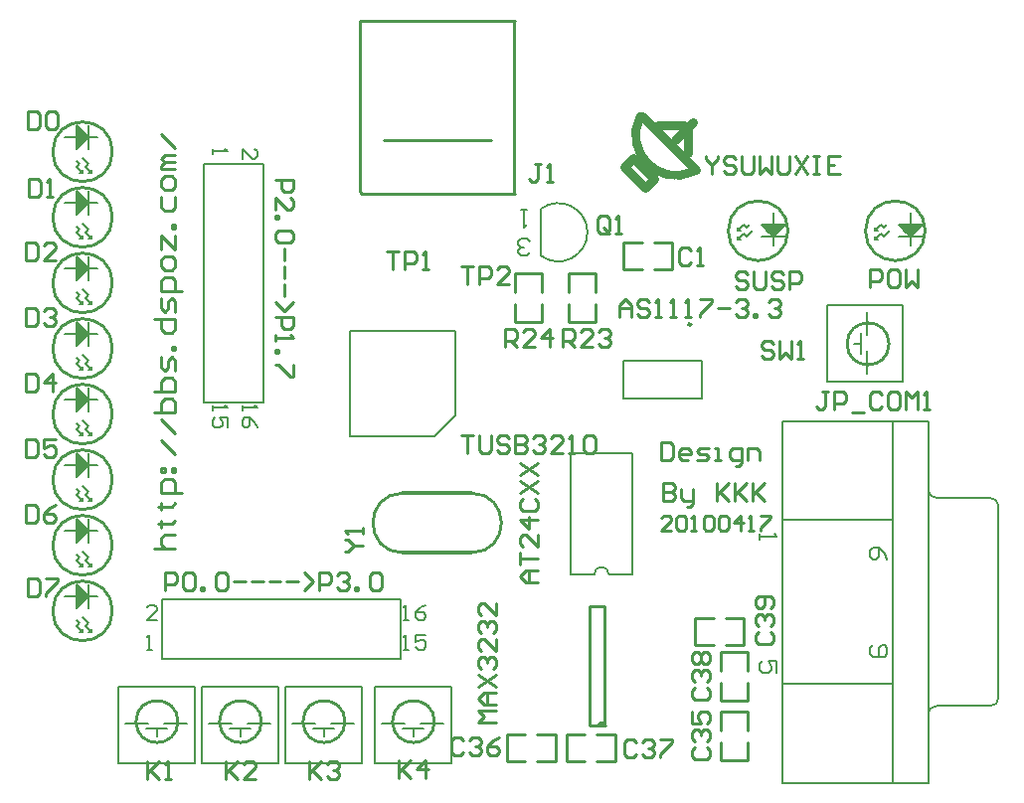
<source format=gto>
%FSLAX25Y25*%
%MOIN*%
G70*
G01*
G75*
G04 Layer_Color=65535*
%ADD10C,0.01000*%
%ADD11C,0.03000*%
%ADD12C,0.02000*%
%ADD13C,0.00800*%
%ADD14R,0.00984X0.09843*%
%ADD15R,0.09843X0.00984*%
%ADD16R,0.05315X0.05118*%
%ADD17R,0.05118X0.05315*%
%ADD18R,0.20000X0.02000*%
%ADD19O,0.20000X0.02000*%
%ADD20R,0.13780X0.08465*%
%ADD21R,0.04331X0.08465*%
%ADD22R,0.04331X0.08465*%
%ADD23C,0.11811*%
%ADD24C,0.05906*%
%ADD25R,0.05906X0.05906*%
%ADD26C,0.06200*%
%ADD27C,0.08000*%
%ADD28O,0.07874X0.03937*%
%ADD29O,0.07874X0.03937*%
%ADD30C,0.03937*%
%ADD31C,0.03000*%
%ADD32C,0.06500*%
%ADD33C,0.15000*%
%ADD34C,0.05500*%
%ADD35C,0.05906*%
%ADD36R,0.05906X0.05906*%
%ADD37R,0.05906X0.05906*%
%ADD38C,0.06654*%
%ADD39R,0.06654X0.06654*%
%ADD40C,0.18740*%
%ADD41C,0.00787*%
%ADD42C,0.00984*%
%ADD43C,0.00500*%
%ADD44C,0.00600*%
%ADD45C,0.01200*%
%ADD46C,0.00591*%
%ADD47R,0.04520X0.01680*%
%ADD48R,0.01680X0.04520*%
D10*
X427000Y342500D02*
G03*
X427000Y342500I-10000J0D01*
G01*
X460900Y304567D02*
G03*
X460900Y304567I-7027J0D01*
G01*
X320925Y234500D02*
G03*
X320925Y254500I0J10000D01*
G01*
X297878D02*
G03*
X297878Y234500I0J-10000D01*
G01*
X473000Y342500D02*
G03*
X473000Y342500I-10000J0D01*
G01*
X365500Y176500D02*
G03*
X363500Y176500I-1000J0D01*
G01*
X222460Y177874D02*
G03*
X222460Y177874I-7027J0D01*
G01*
X250460D02*
G03*
X250460Y177874I-7027J0D01*
G01*
X278460D02*
G03*
X278460Y177874I-7027J0D01*
G01*
X200500Y369000D02*
G03*
X200500Y369000I-10000J0D01*
G01*
Y347000D02*
G03*
X200500Y347000I-10000J0D01*
G01*
Y325000D02*
G03*
X200500Y325000I-10000J0D01*
G01*
Y303000D02*
G03*
X200500Y303000I-10000J0D01*
G01*
Y281000D02*
G03*
X200500Y281000I-10000J0D01*
G01*
Y259000D02*
G03*
X200500Y259000I-10000J0D01*
G01*
Y237000D02*
G03*
X200500Y237000I-10000J0D01*
G01*
Y215000D02*
G03*
X200500Y215000I-10000J0D01*
G01*
X308459Y177874D02*
G03*
X308459Y177874I-7027J0D01*
G01*
X335200Y355300D02*
Y373700D01*
X283400Y355700D02*
X284100Y355000D01*
X283400Y355700D02*
Y373700D01*
X335200Y410700D02*
Y412700D01*
X335500Y413000D01*
X283500D02*
X335500D01*
X335200Y373700D02*
Y410700D01*
X283400Y412900D02*
X283500Y413000D01*
X283400Y373700D02*
Y412900D01*
X291500Y373000D02*
X327500D01*
X284100Y355000D02*
X335500D01*
X395732Y203472D02*
Y212528D01*
X412268Y203472D02*
Y212528D01*
X395732Y203472D02*
X402055D01*
X395732Y212528D02*
X402055D01*
X406058D02*
X412268D01*
X406058Y203472D02*
X412268D01*
X404472Y201268D02*
X413528D01*
X404472Y184732D02*
X413528D01*
X404472Y194945D02*
Y201268D01*
X413528Y194945D02*
Y201268D01*
Y184732D02*
Y190942D01*
X404472Y184732D02*
Y190942D01*
X369268Y164472D02*
Y173528D01*
X352732Y164472D02*
Y173528D01*
X362945D02*
X369268D01*
X362945Y164472D02*
X369268D01*
X352732D02*
X358942D01*
X352732Y173528D02*
X358942D01*
X404472Y181268D02*
X413528D01*
X404472Y164732D02*
X413528D01*
X404472Y174945D02*
Y181268D01*
X413528Y174945D02*
Y181268D01*
Y164732D02*
Y170942D01*
X404472Y164732D02*
Y170942D01*
X349268Y164472D02*
Y173528D01*
X332732Y164472D02*
Y173528D01*
X342945D02*
X349268D01*
X342945Y164472D02*
X349268D01*
X332732D02*
X338942D01*
X332732Y173528D02*
X338942D01*
X360500Y176500D02*
X365750D01*
X363250D02*
X365500D01*
Y216500D01*
X360500D02*
X365500D01*
X360500Y176500D02*
Y216500D01*
X371732Y329472D02*
Y338528D01*
X388268Y329472D02*
Y338528D01*
X371732Y329472D02*
X378055D01*
X371732Y338528D02*
X378055D01*
X382058D02*
X388268D01*
X382058Y329472D02*
X388268D01*
X353472Y328268D02*
X362528D01*
X353472Y311732D02*
X362528D01*
X353472Y321945D02*
Y328268D01*
X362528Y321945D02*
Y328268D01*
Y311732D02*
Y317942D01*
X353472Y311732D02*
Y317942D01*
X335472Y311732D02*
X344528D01*
X335472Y328268D02*
X344528D01*
Y311732D02*
Y318055D01*
X335472Y311732D02*
Y318055D01*
Y322058D02*
Y328268D01*
X344528Y322058D02*
Y328268D01*
X343000Y224500D02*
X339001D01*
X337002Y226499D01*
X339001Y228499D01*
X343000D01*
X340001D01*
Y224500D01*
X337002Y230498D02*
Y234497D01*
Y232497D01*
X343000D01*
Y240495D02*
Y236496D01*
X339001Y240495D01*
X338002D01*
X337002Y239495D01*
Y237496D01*
X338002Y236496D01*
X343000Y245493D02*
X337002D01*
X340001Y242494D01*
Y246493D01*
X338002Y252491D02*
X337002Y251491D01*
Y249492D01*
X338002Y248492D01*
X342000D01*
X343000Y249492D01*
Y251491D01*
X342000Y252491D01*
X337002Y254490D02*
X343000Y258489D01*
X337002D02*
X343000Y254490D01*
X337002Y260488D02*
X343000Y264487D01*
X337002D02*
X343000Y260488D01*
X413499Y327998D02*
X412499Y328998D01*
X410500D01*
X409500Y327998D01*
Y326999D01*
X410500Y325999D01*
X412499D01*
X413499Y324999D01*
Y324000D01*
X412499Y323000D01*
X410500D01*
X409500Y324000D01*
X415498Y328998D02*
Y324000D01*
X416498Y323000D01*
X418497D01*
X419497Y324000D01*
Y328998D01*
X425495Y327998D02*
X424495Y328998D01*
X422496D01*
X421496Y327998D01*
Y326999D01*
X422496Y325999D01*
X424495D01*
X425495Y324999D01*
Y324000D01*
X424495Y323000D01*
X422496D01*
X421496Y324000D01*
X427494Y323000D02*
Y328998D01*
X430493D01*
X431493Y327998D01*
Y325999D01*
X430493Y324999D01*
X427494D01*
X421999Y304498D02*
X420999Y305498D01*
X419000D01*
X418000Y304498D01*
Y303499D01*
X419000Y302499D01*
X420999D01*
X421999Y301499D01*
Y300500D01*
X420999Y299500D01*
X419000D01*
X418000Y300500D01*
X423998Y305498D02*
Y299500D01*
X425997Y301499D01*
X427997Y299500D01*
Y305498D01*
X429996Y299500D02*
X431995D01*
X430996D01*
Y305498D01*
X429996Y304498D01*
X366999Y342500D02*
Y346498D01*
X365999Y347498D01*
X364000D01*
X363000Y346498D01*
Y342500D01*
X364000Y341500D01*
X365999D01*
X364999Y343499D02*
X366999Y341500D01*
X365999D02*
X366999Y342500D01*
X368998Y341500D02*
X370997D01*
X369998D01*
Y347498D01*
X368998Y346498D01*
X278352Y234950D02*
X279352D01*
X281351Y236949D01*
X279352Y238949D01*
X278352D01*
X281351Y236949D02*
X284350D01*
Y240948D02*
Y242947D01*
Y241948D01*
X278352D01*
X279352Y240948D01*
X317500Y330498D02*
X321499D01*
X319499D01*
Y324500D01*
X323498D02*
Y330498D01*
X326497D01*
X327497Y329498D01*
Y327499D01*
X326497Y326499D01*
X323498D01*
X333495Y324500D02*
X329496D01*
X333495Y328499D01*
Y329498D01*
X332495Y330498D01*
X330496D01*
X329496Y329498D01*
X292500Y335498D02*
X296499D01*
X294499D01*
Y329500D01*
X298498D02*
Y335498D01*
X301497D01*
X302497Y334498D01*
Y332499D01*
X301497Y331499D01*
X298498D01*
X304496Y329500D02*
X306495D01*
X305496D01*
Y335498D01*
X304496Y334498D01*
X343999Y364998D02*
X341999D01*
X342999D01*
Y360000D01*
X341999Y359000D01*
X341000D01*
X340000Y360000D01*
X345998Y359000D02*
X347997D01*
X346998D01*
Y364998D01*
X345998Y363998D01*
X317500Y273998D02*
X321499D01*
X319499D01*
Y268000D01*
X323498Y273998D02*
Y269000D01*
X324498Y268000D01*
X326497D01*
X327497Y269000D01*
Y273998D01*
X333495Y272998D02*
X332495Y273998D01*
X330496D01*
X329496Y272998D01*
Y271999D01*
X330496Y270999D01*
X332495D01*
X333495Y269999D01*
Y269000D01*
X332495Y268000D01*
X330496D01*
X329496Y269000D01*
X335494Y273998D02*
Y268000D01*
X338493D01*
X339493Y269000D01*
Y269999D01*
X338493Y270999D01*
X335494D01*
X338493D01*
X339493Y271999D01*
Y272998D01*
X338493Y273998D01*
X335494D01*
X341492Y272998D02*
X342492Y273998D01*
X344491D01*
X345491Y272998D01*
Y271999D01*
X344491Y270999D01*
X343492D01*
X344491D01*
X345491Y269999D01*
Y269000D01*
X344491Y268000D01*
X342492D01*
X341492Y269000D01*
X351489Y268000D02*
X347490D01*
X351489Y271999D01*
Y272998D01*
X350489Y273998D01*
X348490D01*
X347490Y272998D01*
X353488Y268000D02*
X355488D01*
X354488D01*
Y273998D01*
X353488Y272998D01*
X358487D02*
X359486Y273998D01*
X361486D01*
X362485Y272998D01*
Y269000D01*
X361486Y268000D01*
X359486D01*
X358487Y269000D01*
Y272998D01*
X454500Y323500D02*
Y329498D01*
X457499D01*
X458499Y328498D01*
Y326499D01*
X457499Y325499D01*
X454500D01*
X463497Y329498D02*
X461498D01*
X460498Y328498D01*
Y324500D01*
X461498Y323500D01*
X463497D01*
X464497Y324500D01*
Y328498D01*
X463497Y329498D01*
X466496D02*
Y323500D01*
X468496Y325499D01*
X470495Y323500D01*
Y329498D01*
X218000Y222000D02*
Y227998D01*
X220999D01*
X221999Y226998D01*
Y224999D01*
X220999Y223999D01*
X218000D01*
X223998Y226998D02*
X224998Y227998D01*
X226997D01*
X227997Y226998D01*
Y223000D01*
X226997Y222000D01*
X224998D01*
X223998Y223000D01*
Y226998D01*
X229996Y222000D02*
Y223000D01*
X230996D01*
Y222000D01*
X229996D01*
X234995Y226998D02*
X235994Y227998D01*
X237994D01*
X238993Y226998D01*
Y223000D01*
X237994Y222000D01*
X235994D01*
X234995Y223000D01*
Y226998D01*
X240993Y224999D02*
X244991D01*
X246991D02*
X250989D01*
X252989D02*
X256987D01*
X258987D02*
X262985D01*
X264985Y222000D02*
X267984Y224999D01*
X264985Y227998D01*
X269983Y222000D02*
Y227998D01*
X272982D01*
X273982Y226998D01*
Y224999D01*
X272982Y223999D01*
X269983D01*
X275981Y226998D02*
X276981Y227998D01*
X278980D01*
X279980Y226998D01*
Y225999D01*
X278980Y224999D01*
X277981D01*
X278980D01*
X279980Y223999D01*
Y223000D01*
X278980Y222000D01*
X276981D01*
X275981Y223000D01*
X281979Y222000D02*
Y223000D01*
X282979D01*
Y222000D01*
X281979D01*
X286978Y226998D02*
X287977Y227998D01*
X289977D01*
X290976Y226998D01*
Y223000D01*
X289977Y222000D01*
X287977D01*
X286978Y223000D01*
Y226998D01*
X255000Y359500D02*
X260998D01*
Y356501D01*
X259998Y355501D01*
X257999D01*
X256999Y356501D01*
Y359500D01*
X255000Y349503D02*
Y353502D01*
X258999Y349503D01*
X259998D01*
X260998Y350503D01*
Y352502D01*
X259998Y353502D01*
X255000Y347504D02*
X256000D01*
Y346504D01*
X255000D01*
Y347504D01*
X259998Y342506D02*
X260998Y341506D01*
Y339507D01*
X259998Y338507D01*
X256000D01*
X255000Y339507D01*
Y341506D01*
X256000Y342506D01*
X259998D01*
X257999Y336507D02*
Y332509D01*
Y330509D02*
Y326511D01*
Y324511D02*
Y320513D01*
X255000Y318513D02*
X257999Y315514D01*
X260998Y318513D01*
X255000Y313515D02*
X260998D01*
Y310516D01*
X259998Y309516D01*
X257999D01*
X256999Y310516D01*
Y313515D01*
X255000Y307517D02*
Y305518D01*
Y306517D01*
X260998D01*
X259998Y307517D01*
X255000Y302518D02*
X256000D01*
Y301519D01*
X255000D01*
Y302518D01*
X260998Y297520D02*
Y293521D01*
X259998D01*
X256000Y297520D01*
X255000D01*
X395952Y169249D02*
X394952Y168249D01*
Y166250D01*
X395952Y165250D01*
X399950D01*
X400950Y166250D01*
Y168249D01*
X399950Y169249D01*
X395952Y171248D02*
X394952Y172248D01*
Y174247D01*
X395952Y175247D01*
X396951D01*
X397951Y174247D01*
Y173247D01*
Y174247D01*
X398951Y175247D01*
X399950D01*
X400950Y174247D01*
Y172248D01*
X399950Y171248D01*
X394952Y181245D02*
Y177246D01*
X397951D01*
X396951Y179245D01*
Y180245D01*
X397951Y181245D01*
X399950D01*
X400950Y180245D01*
Y178246D01*
X399950Y177246D01*
X317999Y171498D02*
X316999Y172498D01*
X315000D01*
X314000Y171498D01*
Y167500D01*
X315000Y166500D01*
X316999D01*
X317999Y167500D01*
X319998Y171498D02*
X320998Y172498D01*
X322997D01*
X323997Y171498D01*
Y170499D01*
X322997Y169499D01*
X321997D01*
X322997D01*
X323997Y168499D01*
Y167500D01*
X322997Y166500D01*
X320998D01*
X319998Y167500D01*
X329995Y172498D02*
X327995Y171498D01*
X325996Y169499D01*
Y167500D01*
X326996Y166500D01*
X328995D01*
X329995Y167500D01*
Y168499D01*
X328995Y169499D01*
X325996D01*
X375999Y170998D02*
X374999Y171998D01*
X373000D01*
X372000Y170998D01*
Y167000D01*
X373000Y166000D01*
X374999D01*
X375999Y167000D01*
X377998Y170998D02*
X378998Y171998D01*
X380997D01*
X381997Y170998D01*
Y169999D01*
X380997Y168999D01*
X379997D01*
X380997D01*
X381997Y167999D01*
Y167000D01*
X380997Y166000D01*
X378998D01*
X377998Y167000D01*
X383996Y171998D02*
X387995D01*
Y170998D01*
X383996Y167000D01*
Y166000D01*
X395952Y189249D02*
X394952Y188249D01*
Y186250D01*
X395952Y185250D01*
X399950D01*
X400950Y186250D01*
Y188249D01*
X399950Y189249D01*
X395952Y191248D02*
X394952Y192248D01*
Y194247D01*
X395952Y195247D01*
X396951D01*
X397951Y194247D01*
Y193247D01*
Y194247D01*
X398951Y195247D01*
X399950D01*
X400950Y194247D01*
Y192248D01*
X399950Y191248D01*
X395952Y197246D02*
X394952Y198246D01*
Y200245D01*
X395952Y201245D01*
X396951D01*
X397951Y200245D01*
X398951Y201245D01*
X399950D01*
X400950Y200245D01*
Y198246D01*
X399950Y197246D01*
X398951D01*
X397951Y198246D01*
X396951Y197246D01*
X395952D01*
X397951Y198246D02*
Y200245D01*
X417002Y207999D02*
X416002Y206999D01*
Y205000D01*
X417002Y204000D01*
X421000D01*
X422000Y205000D01*
Y206999D01*
X421000Y207999D01*
X417002Y209998D02*
X416002Y210998D01*
Y212997D01*
X417002Y213997D01*
X418001D01*
X419001Y212997D01*
Y211997D01*
Y212997D01*
X420001Y213997D01*
X421000D01*
X422000Y212997D01*
Y210998D01*
X421000Y209998D01*
Y215996D02*
X422000Y216996D01*
Y218995D01*
X421000Y219995D01*
X417002D01*
X416002Y218995D01*
Y216996D01*
X417002Y215996D01*
X418001D01*
X419001Y216996D01*
Y219995D01*
X440499Y288498D02*
X438499D01*
X439499D01*
Y283500D01*
X438499Y282500D01*
X437500D01*
X436500Y283500D01*
X442498Y282500D02*
Y288498D01*
X445497D01*
X446497Y287498D01*
Y285499D01*
X445497Y284499D01*
X442498D01*
X448496Y281500D02*
X452495D01*
X458493Y287498D02*
X457493Y288498D01*
X455494D01*
X454494Y287498D01*
Y283500D01*
X455494Y282500D01*
X457493D01*
X458493Y283500D01*
X463491Y288498D02*
X461492D01*
X460492Y287498D01*
Y283500D01*
X461492Y282500D01*
X463491D01*
X464491Y283500D01*
Y287498D01*
X463491Y288498D01*
X466490Y282500D02*
Y288498D01*
X468490Y286499D01*
X470489Y288498D01*
Y282500D01*
X472488D02*
X474488D01*
X473488D01*
Y288498D01*
X472488Y287498D01*
X329000Y177500D02*
X323002D01*
X325001Y179499D01*
X323002Y181499D01*
X329000D01*
Y183498D02*
X325001D01*
X323002Y185497D01*
X325001Y187497D01*
X329000D01*
X326001D01*
Y183498D01*
X323002Y189496D02*
X329000Y193495D01*
X323002D02*
X329000Y189496D01*
X324002Y195494D02*
X323002Y196494D01*
Y198493D01*
X324002Y199493D01*
X325001D01*
X326001Y198493D01*
Y197494D01*
Y198493D01*
X327001Y199493D01*
X328000D01*
X329000Y198493D01*
Y196494D01*
X328000Y195494D01*
X329000Y205491D02*
Y201492D01*
X325001Y205491D01*
X324002D01*
X323002Y204491D01*
Y202492D01*
X324002Y201492D01*
Y207490D02*
X323002Y208490D01*
Y210489D01*
X324002Y211489D01*
X325001D01*
X326001Y210489D01*
Y209490D01*
Y210489D01*
X327001Y211489D01*
X328000D01*
X329000Y210489D01*
Y208490D01*
X328000Y207490D01*
X329000Y217487D02*
Y213488D01*
X325001Y217487D01*
X324002D01*
X323002Y216487D01*
Y214488D01*
X324002Y213488D01*
X172000Y382498D02*
Y376500D01*
X174999D01*
X175999Y377500D01*
Y381498D01*
X174999Y382498D01*
X172000D01*
X177998Y381498D02*
X178998Y382498D01*
X180997D01*
X181997Y381498D01*
Y377500D01*
X180997Y376500D01*
X178998D01*
X177998Y377500D01*
Y381498D01*
X172500Y359998D02*
Y354000D01*
X175499D01*
X176499Y355000D01*
Y358998D01*
X175499Y359998D01*
X172500D01*
X178498Y354000D02*
X180497D01*
X179498D01*
Y359998D01*
X178498Y358998D01*
X171500Y338498D02*
Y332500D01*
X174499D01*
X175499Y333500D01*
Y337498D01*
X174499Y338498D01*
X171500D01*
X181497Y332500D02*
X177498D01*
X181497Y336499D01*
Y337498D01*
X180497Y338498D01*
X178498D01*
X177498Y337498D01*
X171500Y316498D02*
Y310500D01*
X174499D01*
X175499Y311500D01*
Y315498D01*
X174499Y316498D01*
X171500D01*
X177498Y315498D02*
X178498Y316498D01*
X180497D01*
X181497Y315498D01*
Y314499D01*
X180497Y313499D01*
X179497D01*
X180497D01*
X181497Y312499D01*
Y311500D01*
X180497Y310500D01*
X178498D01*
X177498Y311500D01*
X171500Y294498D02*
Y288500D01*
X174499D01*
X175499Y289500D01*
Y293498D01*
X174499Y294498D01*
X171500D01*
X180497Y288500D02*
Y294498D01*
X177498Y291499D01*
X181497D01*
X171500Y272498D02*
Y266500D01*
X174499D01*
X175499Y267500D01*
Y271498D01*
X174499Y272498D01*
X171500D01*
X181497D02*
X177498D01*
Y269499D01*
X179497Y270499D01*
X180497D01*
X181497Y269499D01*
Y267500D01*
X180497Y266500D01*
X178498D01*
X177498Y267500D01*
X171500Y250498D02*
Y244500D01*
X174499D01*
X175499Y245500D01*
Y249498D01*
X174499Y250498D01*
X171500D01*
X181497D02*
X179497Y249498D01*
X177498Y247499D01*
Y245500D01*
X178498Y244500D01*
X180497D01*
X181497Y245500D01*
Y246499D01*
X180497Y247499D01*
X177498D01*
X172000Y225998D02*
Y220000D01*
X174999D01*
X175999Y221000D01*
Y224998D01*
X174999Y225998D01*
X172000D01*
X177998D02*
X181997D01*
Y224998D01*
X177998Y221000D01*
Y220000D01*
X296500Y164998D02*
Y159000D01*
Y160999D01*
X300499Y164998D01*
X297500Y161999D01*
X300499Y159000D01*
X305497D02*
Y164998D01*
X302498Y161999D01*
X306497D01*
X266500Y164498D02*
Y158500D01*
Y160499D01*
X270499Y164498D01*
X267500Y161499D01*
X270499Y158500D01*
X272498Y163498D02*
X273498Y164498D01*
X275497D01*
X276497Y163498D01*
Y162499D01*
X275497Y161499D01*
X274497D01*
X275497D01*
X276497Y160499D01*
Y159500D01*
X275497Y158500D01*
X273498D01*
X272498Y159500D01*
X238500Y164498D02*
Y158500D01*
Y160499D01*
X242499Y164498D01*
X239500Y161499D01*
X242499Y158500D01*
X248497D02*
X244498D01*
X248497Y162499D01*
Y163498D01*
X247497Y164498D01*
X245498D01*
X244498Y163498D01*
X212000Y164498D02*
Y158500D01*
Y160499D01*
X215999Y164498D01*
X213000Y161499D01*
X215999Y158500D01*
X217998D02*
X219997D01*
X218998D01*
Y164498D01*
X217998Y163498D01*
X370500Y313500D02*
Y317499D01*
X372499Y319498D01*
X374499Y317499D01*
Y313500D01*
Y316499D01*
X370500D01*
X380497Y318498D02*
X379497Y319498D01*
X377498D01*
X376498Y318498D01*
Y317499D01*
X377498Y316499D01*
X379497D01*
X380497Y315499D01*
Y314500D01*
X379497Y313500D01*
X377498D01*
X376498Y314500D01*
X382496Y313500D02*
X384495D01*
X383496D01*
Y319498D01*
X382496Y318498D01*
X387494Y313500D02*
X389494D01*
X388494D01*
Y319498D01*
X387494Y318498D01*
X392493Y313500D02*
X394492D01*
X393493D01*
Y319498D01*
X392493Y318498D01*
X397491Y319498D02*
X401490D01*
Y318498D01*
X397491Y314500D01*
Y313500D01*
X403489Y316499D02*
X407488D01*
X409487Y318498D02*
X410487Y319498D01*
X412486D01*
X413486Y318498D01*
Y317499D01*
X412486Y316499D01*
X411487D01*
X412486D01*
X413486Y315499D01*
Y314500D01*
X412486Y313500D01*
X410487D01*
X409487Y314500D01*
X415485Y313500D02*
Y314500D01*
X416485D01*
Y313500D01*
X415485D01*
X420484Y318498D02*
X421484Y319498D01*
X423483D01*
X424482Y318498D01*
Y317499D01*
X423483Y316499D01*
X422483D01*
X423483D01*
X424482Y315499D01*
Y314500D01*
X423483Y313500D01*
X421484D01*
X420484Y314500D01*
X394499Y335998D02*
X393499Y336998D01*
X391500D01*
X390500Y335998D01*
Y332000D01*
X391500Y331000D01*
X393499D01*
X394499Y332000D01*
X396498Y331000D02*
X398497D01*
X397498D01*
Y336998D01*
X396498Y335998D01*
X351500Y303500D02*
Y309498D01*
X354499D01*
X355499Y308498D01*
Y306499D01*
X354499Y305499D01*
X351500D01*
X353499D02*
X355499Y303500D01*
X361497D02*
X357498D01*
X361497Y307499D01*
Y308498D01*
X360497Y309498D01*
X358498D01*
X357498Y308498D01*
X363496D02*
X364496Y309498D01*
X366495D01*
X367495Y308498D01*
Y307499D01*
X366495Y306499D01*
X365495D01*
X366495D01*
X367495Y305499D01*
Y304500D01*
X366495Y303500D01*
X364496D01*
X363496Y304500D01*
X332000Y303500D02*
Y309498D01*
X334999D01*
X335999Y308498D01*
Y306499D01*
X334999Y305499D01*
X332000D01*
X333999D02*
X335999Y303500D01*
X341997D02*
X337998D01*
X341997Y307499D01*
Y308498D01*
X340997Y309498D01*
X338998D01*
X337998Y308498D01*
X346995Y303500D02*
Y309498D01*
X343996Y306499D01*
X347995D01*
X214502Y236000D02*
X221500D01*
X218001D01*
X216835Y237166D01*
Y239499D01*
X218001Y240665D01*
X221500D01*
X215669Y244164D02*
X216835D01*
Y242998D01*
Y245330D01*
Y244164D01*
X220334D01*
X221500Y245330D01*
X215669Y249995D02*
X216835D01*
Y248829D01*
Y251162D01*
Y249995D01*
X220334D01*
X221500Y251162D01*
X223833Y254661D02*
X216835D01*
Y258159D01*
X218001Y259326D01*
X220334D01*
X221500Y258159D01*
Y254661D01*
X216835Y261658D02*
Y262825D01*
X218001D01*
Y261658D01*
X216835D01*
X220334D02*
Y262825D01*
X221500D01*
Y261658D01*
X220334D01*
X221500Y267490D02*
X216835Y272155D01*
X221500Y274488D02*
X216835Y279153D01*
X214502Y281485D02*
X221500D01*
Y284984D01*
X220334Y286151D01*
X219167D01*
X218001D01*
X216835Y284984D01*
Y281485D01*
X214502Y288483D02*
X221500D01*
Y291982D01*
X220334Y293148D01*
X219167D01*
X218001D01*
X216835Y291982D01*
Y288483D01*
X221500Y295481D02*
Y298980D01*
X220334Y300146D01*
X219167Y298980D01*
Y296647D01*
X218001Y295481D01*
X216835Y296647D01*
Y300146D01*
X221500Y302479D02*
X220334D01*
Y303645D01*
X221500D01*
Y302479D01*
X214502Y312975D02*
X221500D01*
Y309476D01*
X220334Y308310D01*
X218001D01*
X216835Y309476D01*
Y312975D01*
X221500Y315308D02*
Y318807D01*
X220334Y319973D01*
X219167Y318807D01*
Y316474D01*
X218001Y315308D01*
X216835Y316474D01*
Y319973D01*
X223833Y322305D02*
X216835D01*
Y325804D01*
X218001Y326971D01*
X220334D01*
X221500Y325804D01*
Y322305D01*
Y330469D02*
Y332802D01*
X220334Y333968D01*
X218001D01*
X216835Y332802D01*
Y330469D01*
X218001Y329303D01*
X220334D01*
X221500Y330469D01*
X216835Y336301D02*
Y340966D01*
X221500Y336301D01*
Y340966D01*
Y343299D02*
X220334D01*
Y344465D01*
X221500D01*
Y343299D01*
X216835Y353795D02*
Y350296D01*
X218001Y349130D01*
X220334D01*
X221500Y350296D01*
Y353795D01*
Y357294D02*
Y359627D01*
X220334Y360793D01*
X218001D01*
X216835Y359627D01*
Y357294D01*
X218001Y356128D01*
X220334D01*
X221500Y357294D01*
Y363126D02*
X216835D01*
Y364292D01*
X218001Y365458D01*
X221500D01*
X218001D01*
X216835Y366624D01*
X218001Y367791D01*
X221500D01*
Y370123D02*
X216835Y374788D01*
X399500Y367498D02*
Y366498D01*
X401499Y364499D01*
X403499Y366498D01*
Y367498D01*
X401499Y364499D02*
Y361500D01*
X409497Y366498D02*
X408497Y367498D01*
X406498D01*
X405498Y366498D01*
Y365499D01*
X406498Y364499D01*
X408497D01*
X409497Y363499D01*
Y362500D01*
X408497Y361500D01*
X406498D01*
X405498Y362500D01*
X411496Y367498D02*
Y362500D01*
X412496Y361500D01*
X414495D01*
X415495Y362500D01*
Y367498D01*
X417494D02*
Y361500D01*
X419493Y363499D01*
X421493Y361500D01*
Y367498D01*
X423492D02*
Y362500D01*
X424492Y361500D01*
X426491D01*
X427491Y362500D01*
Y367498D01*
X429490D02*
X433489Y361500D01*
Y367498D02*
X429490Y361500D01*
X435488Y367498D02*
X437488D01*
X436488D01*
Y361500D01*
X435488D01*
X437488D01*
X444486Y367498D02*
X440487D01*
Y361500D01*
X444486D01*
X440487Y364499D02*
X442486D01*
X384500Y271498D02*
Y265500D01*
X387499D01*
X388499Y266500D01*
Y270498D01*
X387499Y271498D01*
X384500D01*
X393497Y265500D02*
X391498D01*
X390498Y266500D01*
Y268499D01*
X391498Y269499D01*
X393497D01*
X394497Y268499D01*
Y267499D01*
X390498D01*
X396496Y265500D02*
X399495D01*
X400495Y266500D01*
X399495Y267499D01*
X397496D01*
X396496Y268499D01*
X397496Y269499D01*
X400495D01*
X402494Y265500D02*
X404494D01*
X403494D01*
Y269499D01*
X402494D01*
X409492Y263501D02*
X410492D01*
X411491Y264500D01*
Y269499D01*
X408492D01*
X407493Y268499D01*
Y266500D01*
X408492Y265500D01*
X411491D01*
X413491D02*
Y269499D01*
X416490D01*
X417489Y268499D01*
Y265500D01*
X385000Y257998D02*
Y252000D01*
X387999D01*
X388999Y253000D01*
Y253999D01*
X387999Y254999D01*
X385000D01*
X387999D01*
X388999Y255999D01*
Y256998D01*
X387999Y257998D01*
X385000D01*
X390998Y255999D02*
Y253000D01*
X391998Y252000D01*
X394997D01*
Y251000D01*
X393997Y250001D01*
X392997D01*
X394997Y252000D02*
Y255999D01*
X402994Y257998D02*
Y252000D01*
Y253999D01*
X406993Y257998D01*
X403994Y254999D01*
X406993Y252000D01*
X408992Y257998D02*
Y252000D01*
Y253999D01*
X412991Y257998D01*
X409992Y254999D01*
X412991Y252000D01*
X414990Y257998D02*
Y252000D01*
Y253999D01*
X418989Y257998D01*
X415990Y254999D01*
X418989Y252000D01*
X387832Y242000D02*
X384500D01*
X387832Y245332D01*
Y246165D01*
X386999Y246998D01*
X385333D01*
X384500Y246165D01*
X389498D02*
X390331Y246998D01*
X391998D01*
X392831Y246165D01*
Y242833D01*
X391998Y242000D01*
X390331D01*
X389498Y242833D01*
Y246165D01*
X394497Y242000D02*
X396163D01*
X395330D01*
Y246998D01*
X394497Y246165D01*
X398662D02*
X399495Y246998D01*
X401161D01*
X401994Y246165D01*
Y242833D01*
X401161Y242000D01*
X399495D01*
X398662Y242833D01*
Y246165D01*
X403660D02*
X404494Y246998D01*
X406160D01*
X406993Y246165D01*
Y242833D01*
X406160Y242000D01*
X404494D01*
X403660Y242833D01*
Y246165D01*
X411158Y242000D02*
Y246998D01*
X408659Y244499D01*
X411991D01*
X413657Y242000D02*
X415323D01*
X414490D01*
Y246998D01*
X413657Y246165D01*
X417823Y246998D02*
X421155D01*
Y246165D01*
X417823Y242833D01*
Y242000D01*
D11*
X377543Y380769D02*
G03*
X395500Y362500I11936J-6227D01*
G01*
X372250Y363750D02*
X375250Y366750D01*
X372250Y363750D02*
X379000Y357000D01*
X382000Y360000D01*
X375250Y366750D02*
X382000Y360000D01*
X378000Y381000D02*
X396000Y363000D01*
X383500Y378000D02*
X392000D01*
X393500Y368500D02*
Y377000D01*
X389000Y373000D02*
X395000Y379000D01*
D13*
X244000Y284000D02*
Y282334D01*
Y283167D01*
X248998D01*
X248165Y284000D01*
X248998Y276502D02*
X248165Y278169D01*
X246499Y279835D01*
X244833D01*
X244000Y279002D01*
Y277336D01*
X244833Y276502D01*
X245666D01*
X246499Y277336D01*
Y279835D01*
X234000Y284000D02*
Y282334D01*
Y283167D01*
X238998D01*
X238165Y284000D01*
X238998Y276502D02*
Y279835D01*
X236499D01*
X237332Y278169D01*
Y277336D01*
X236499Y276502D01*
X234833D01*
X234000Y277336D01*
Y279002D01*
X234833Y279835D01*
X234000Y370000D02*
Y368334D01*
Y369167D01*
X238998D01*
X238165Y370000D01*
X244000Y366668D02*
Y370000D01*
X247332Y366668D01*
X248165D01*
X248998Y367501D01*
Y369167D01*
X248165Y370000D01*
X298000Y212000D02*
X299666D01*
X298833D01*
Y216998D01*
X298000Y216165D01*
X305498Y216998D02*
X303831Y216165D01*
X302165Y214499D01*
Y212833D01*
X302998Y212000D01*
X304664D01*
X305498Y212833D01*
Y213666D01*
X304664Y214499D01*
X302165D01*
X298000Y202000D02*
X299666D01*
X298833D01*
Y206998D01*
X298000Y206165D01*
X305498Y206998D02*
X302165D01*
Y204499D01*
X303831Y205332D01*
X304664D01*
X305498Y204499D01*
Y202833D01*
X304664Y202000D01*
X302998D01*
X302165Y202833D01*
X212000Y202000D02*
X213666D01*
X212833D01*
Y206998D01*
X212000Y206165D01*
X215332Y212000D02*
X212000D01*
X215332Y215332D01*
Y216165D01*
X214499Y216998D01*
X212833D01*
X212000Y216165D01*
D41*
X367000Y227224D02*
G03*
X362000Y227224I-2500J0D01*
G01*
X344094Y334205D02*
G03*
X344094Y349795I5906J7795D01*
G01*
X474020Y255638D02*
G03*
X476756Y252902I2736J0D01*
G01*
X497622Y250146D02*
G03*
X494886Y252882I-2736J0D01*
G01*
X476756Y183098D02*
G03*
X474020Y180362I0J-2736D01*
G01*
X494886Y183118D02*
G03*
X497622Y185854I0J2736D01*
G01*
X354067Y227224D02*
Y267776D01*
X374933Y227224D02*
Y267776D01*
X354067D02*
X374933D01*
X354067Y227224D02*
X362000D01*
X367000D02*
X374933D01*
X344094Y334205D02*
Y349795D01*
X308445Y273685D02*
X315472Y280713D01*
X280315Y273685D02*
X308445D01*
X280315D02*
Y308842D01*
X315472D01*
Y280713D02*
Y308842D01*
X251000Y285000D02*
Y365000D01*
X231000Y285000D02*
Y365000D01*
X251000D01*
X231000Y285000D02*
X251000D01*
X217000Y219000D02*
X297000D01*
X217000Y199000D02*
X297000D01*
X217000D02*
Y219000D01*
X297000Y199000D02*
Y219000D01*
X462189Y157370D02*
Y278630D01*
X425181Y157370D02*
X474000D01*
X425181Y278630D02*
X474000D01*
X497622Y185854D02*
Y250146D01*
X425181Y157370D02*
Y278630D01*
X425181Y190441D02*
X462189D01*
X474000Y157370D02*
Y278630D01*
X425181Y245559D02*
X462189D01*
X476756Y252902D02*
X494866D01*
X476756Y183098D02*
X494866D01*
X371811Y286102D02*
Y298898D01*
X398189Y286102D02*
Y298898D01*
X371811D02*
X398189D01*
X371811Y286102D02*
X398189D01*
D42*
X394547Y311102D02*
G03*
X394547Y311102I-492J0D01*
G01*
D43*
X422206Y342300D02*
X422354Y342151D01*
X422206Y341600D02*
Y342300D01*
Y341600D02*
X422606Y342000D01*
X421989D02*
X422606D01*
X421300D02*
X421989D01*
X421300D02*
X421894Y342594D01*
X422583D01*
X423177Y342000D01*
X421300D02*
X423177D01*
X419348Y343952D02*
X421300Y342000D01*
X419348Y343952D02*
X424800D01*
X424224Y343376D02*
X424800Y343952D01*
X424224Y343376D02*
X424824D01*
X424080Y344120D02*
X424824Y343376D01*
X424080Y344120D02*
X424980D01*
X424800Y344300D02*
X424980Y344120D01*
X419000Y344300D02*
X424800D01*
X419000D02*
X421900Y341400D01*
X422577D01*
X423177Y342000D01*
X420500D02*
X423177D01*
X419906Y342594D02*
X420500Y342000D01*
X419906Y342594D02*
X424094D01*
X465906D02*
X470094D01*
X465906D02*
X466500Y342000D01*
X469177D01*
X468577Y341400D02*
X469177Y342000D01*
X467900Y341400D02*
X468577D01*
X465000Y344300D02*
X467900Y341400D01*
X465000Y344300D02*
X470800D01*
X470980Y344120D01*
X470080D02*
X470980D01*
X470080D02*
X470824Y343376D01*
X470224D02*
X470824D01*
X470224D02*
X470800Y343952D01*
X465348D02*
X470800D01*
X465348D02*
X467300Y342000D01*
X469177D01*
X468583Y342594D02*
X469177Y342000D01*
X467894Y342594D02*
X468583D01*
X467300Y342000D02*
X467894Y342594D01*
X467300Y342000D02*
X467989D01*
X468606D01*
X468206Y341600D02*
X468606Y342000D01*
X468206Y341600D02*
Y342300D01*
X468354Y342151D01*
X190406Y371906D02*
Y376094D01*
Y371906D02*
X191000Y372500D01*
Y375177D01*
X191600Y374577D01*
Y373900D02*
Y374577D01*
X188700Y371000D02*
X191600Y373900D01*
X188700Y371000D02*
Y376800D01*
X188880Y376980D01*
Y376080D02*
Y376980D01*
Y376080D02*
X189624Y376824D01*
Y376224D02*
Y376824D01*
X189048Y376800D02*
X189624Y376224D01*
X189048Y371348D02*
Y376800D01*
Y371348D02*
X191000Y373300D01*
Y375177D01*
X190406Y374583D02*
X191000Y375177D01*
X190406Y373894D02*
Y374583D01*
Y373894D02*
X191000Y373300D01*
Y373989D01*
Y374606D01*
X191400Y374206D01*
X190700D02*
X191400D01*
X190700D02*
X190849Y374354D01*
X190406Y349906D02*
Y354094D01*
Y349906D02*
X191000Y350500D01*
Y353177D01*
X191600Y352577D01*
Y351900D02*
Y352577D01*
X188700Y349000D02*
X191600Y351900D01*
X188700Y349000D02*
Y354800D01*
X188880Y354980D01*
Y354080D02*
Y354980D01*
Y354080D02*
X189624Y354824D01*
Y354224D02*
Y354824D01*
X189048Y354800D02*
X189624Y354224D01*
X189048Y349348D02*
Y354800D01*
Y349348D02*
X191000Y351300D01*
Y353177D01*
X190406Y352583D02*
X191000Y353177D01*
X190406Y351894D02*
Y352583D01*
Y351894D02*
X191000Y351300D01*
Y351989D01*
Y352606D01*
X191400Y352206D01*
X190700D02*
X191400D01*
X190700D02*
X190849Y352354D01*
X190406Y327906D02*
Y332094D01*
Y327906D02*
X191000Y328500D01*
Y331177D01*
X191600Y330577D01*
Y329900D02*
Y330577D01*
X188700Y327000D02*
X191600Y329900D01*
X188700Y327000D02*
Y332800D01*
X188880Y332980D01*
Y332080D02*
Y332980D01*
Y332080D02*
X189624Y332824D01*
Y332224D02*
Y332824D01*
X189048Y332800D02*
X189624Y332224D01*
X189048Y327348D02*
Y332800D01*
Y327348D02*
X191000Y329300D01*
Y331177D01*
X190406Y330583D02*
X191000Y331177D01*
X190406Y329894D02*
Y330583D01*
Y329894D02*
X191000Y329300D01*
Y329989D01*
Y330606D01*
X191400Y330206D01*
X190700D02*
X191400D01*
X190700D02*
X190849Y330354D01*
X190406Y305906D02*
Y310094D01*
Y305906D02*
X191000Y306500D01*
Y309177D01*
X191600Y308577D01*
Y307900D02*
Y308577D01*
X188700Y305000D02*
X191600Y307900D01*
X188700Y305000D02*
Y310800D01*
X188880Y310980D01*
Y310080D02*
Y310980D01*
Y310080D02*
X189624Y310824D01*
Y310224D02*
Y310824D01*
X189048Y310800D02*
X189624Y310224D01*
X189048Y305348D02*
Y310800D01*
Y305348D02*
X191000Y307300D01*
Y309177D01*
X190406Y308583D02*
X191000Y309177D01*
X190406Y307894D02*
Y308583D01*
Y307894D02*
X191000Y307300D01*
Y307989D01*
Y308606D01*
X191400Y308206D01*
X190700D02*
X191400D01*
X190700D02*
X190849Y308354D01*
X190406Y283906D02*
Y288094D01*
Y283906D02*
X191000Y284500D01*
Y287177D01*
X191600Y286577D01*
Y285900D02*
Y286577D01*
X188700Y283000D02*
X191600Y285900D01*
X188700Y283000D02*
Y288800D01*
X188880Y288980D01*
Y288080D02*
Y288980D01*
Y288080D02*
X189624Y288824D01*
Y288224D02*
Y288824D01*
X189048Y288800D02*
X189624Y288224D01*
X189048Y283348D02*
Y288800D01*
Y283348D02*
X191000Y285300D01*
Y287177D01*
X190406Y286583D02*
X191000Y287177D01*
X190406Y285894D02*
Y286583D01*
Y285894D02*
X191000Y285300D01*
Y285989D01*
Y286606D01*
X191400Y286206D01*
X190700D02*
X191400D01*
X190700D02*
X190849Y286354D01*
X190406Y261906D02*
Y266094D01*
Y261906D02*
X191000Y262500D01*
Y265177D01*
X191600Y264577D01*
Y263900D02*
Y264577D01*
X188700Y261000D02*
X191600Y263900D01*
X188700Y261000D02*
Y266800D01*
X188880Y266980D01*
Y266080D02*
Y266980D01*
Y266080D02*
X189624Y266824D01*
Y266224D02*
Y266824D01*
X189048Y266800D02*
X189624Y266224D01*
X189048Y261348D02*
Y266800D01*
Y261348D02*
X191000Y263300D01*
Y265177D01*
X190406Y264583D02*
X191000Y265177D01*
X190406Y263894D02*
Y264583D01*
Y263894D02*
X191000Y263300D01*
Y263989D01*
Y264606D01*
X191400Y264206D01*
X190700D02*
X191400D01*
X190700D02*
X190849Y264354D01*
X190406Y239906D02*
Y244094D01*
Y239906D02*
X191000Y240500D01*
Y243177D01*
X191600Y242577D01*
Y241900D02*
Y242577D01*
X188700Y239000D02*
X191600Y241900D01*
X188700Y239000D02*
Y244800D01*
X188880Y244980D01*
Y244080D02*
Y244980D01*
Y244080D02*
X189624Y244824D01*
Y244224D02*
Y244824D01*
X189048Y244800D02*
X189624Y244224D01*
X189048Y239348D02*
Y244800D01*
Y239348D02*
X191000Y241300D01*
Y243177D01*
X190406Y242583D02*
X191000Y243177D01*
X190406Y241894D02*
Y242583D01*
Y241894D02*
X191000Y241300D01*
Y241989D01*
Y242606D01*
X191400Y242206D01*
X190700D02*
X191400D01*
X190700D02*
X190849Y242354D01*
X190406Y217906D02*
Y222094D01*
Y217906D02*
X191000Y218500D01*
Y221177D01*
X191600Y220577D01*
Y219900D02*
Y220577D01*
X188700Y217000D02*
X191600Y219900D01*
X188700Y217000D02*
Y222800D01*
X188880Y222980D01*
Y222080D02*
Y222980D01*
Y222080D02*
X189624Y222824D01*
Y222224D02*
Y222824D01*
X189048Y222800D02*
X189624Y222224D01*
X189048Y217348D02*
Y222800D01*
Y217348D02*
X191000Y219300D01*
Y221177D01*
X190406Y220583D02*
X191000Y221177D01*
X190406Y219894D02*
Y220583D01*
Y219894D02*
X191000Y219300D01*
Y219989D01*
Y220606D01*
X191400Y220206D01*
X190700D02*
X191400D01*
X190700D02*
X190849Y220354D01*
D44*
X418000Y340500D02*
X426000D01*
X422000D02*
X426000Y344500D01*
X420000D02*
X420307D01*
X418000D02*
X426000D01*
X418000D02*
X422000Y340500D01*
Y337500D02*
Y348500D01*
X413000Y340500D02*
X415000Y342500D01*
X412000Y341500D02*
X413000Y340500D01*
X410000Y339500D02*
X412000Y341500D01*
X413000Y343500D02*
X414000Y344500D01*
X412000D02*
X413000Y343500D01*
X410000Y342500D02*
X412000Y344500D01*
X410000Y339500D02*
X411000D01*
X410000D02*
Y340500D01*
Y342500D02*
X411000D01*
X410000D02*
Y343500D01*
X449055Y304661D02*
X451417D01*
X453386Y294425D02*
Y302299D01*
X451417Y301118D02*
Y308205D01*
X453386Y307417D02*
Y315291D01*
X440000Y292000D02*
Y317500D01*
X465600D01*
X440000Y292000D02*
X465600D01*
Y317500D01*
X456000Y342500D02*
Y343500D01*
Y342500D02*
X457000D01*
X456000Y339500D02*
Y340500D01*
Y339500D02*
X457000D01*
X456000Y342500D02*
X458000Y344500D01*
X459000Y343500D01*
X460000Y344500D01*
X456000Y339500D02*
X458000Y341500D01*
X459000Y340500D01*
X461000Y342500D01*
X468000Y337500D02*
Y348500D01*
X464000Y344500D02*
X468000Y340500D01*
X464000Y344500D02*
X472000D01*
X466000D02*
X466307D01*
X468000Y340500D02*
X472000Y344500D01*
X464000Y340500D02*
X472000D01*
X202500Y189600D02*
X228000D01*
Y164000D02*
Y189600D01*
X202500Y164000D02*
Y189600D01*
Y164000D02*
X228000D01*
X204709Y177386D02*
X212583D01*
X211795Y175417D02*
X218882D01*
X217701Y177386D02*
X225575D01*
X215339Y173055D02*
Y175417D01*
X230500Y189600D02*
X256000D01*
Y164000D02*
Y189600D01*
X230500Y164000D02*
Y189600D01*
Y164000D02*
X256000D01*
X232709Y177386D02*
X240583D01*
X239795Y175417D02*
X246882D01*
X245701Y177386D02*
X253575D01*
X243339Y173055D02*
Y175417D01*
X258500Y189600D02*
X284000D01*
Y164000D02*
Y189600D01*
X258500Y164000D02*
Y189600D01*
Y164000D02*
X284000D01*
X260709Y177386D02*
X268583D01*
X267795Y175417D02*
X274882D01*
X273701Y177386D02*
X281575D01*
X271339Y173055D02*
Y175417D01*
X189500Y362000D02*
X190500D01*
Y363000D01*
X192500Y362000D02*
X193500D01*
Y363000D01*
X188500Y364000D02*
X190500Y362000D01*
X188500Y364000D02*
X189500Y365000D01*
X188500Y366000D02*
X189500Y365000D01*
X191500Y364000D02*
X193500Y362000D01*
X191500Y364000D02*
X192500Y365000D01*
X190500Y367000D02*
X192500Y365000D01*
X184500Y374000D02*
X195500D01*
X188500Y370000D02*
X192500Y374000D01*
X188500Y370000D02*
Y378000D01*
Y372000D02*
Y372307D01*
Y378000D02*
X192500Y374000D01*
Y370000D02*
Y378000D01*
X189500Y340000D02*
X190500D01*
Y341000D01*
X192500Y340000D02*
X193500D01*
Y341000D01*
X188500Y342000D02*
X190500Y340000D01*
X188500Y342000D02*
X189500Y343000D01*
X188500Y344000D02*
X189500Y343000D01*
X191500Y342000D02*
X193500Y340000D01*
X191500Y342000D02*
X192500Y343000D01*
X190500Y345000D02*
X192500Y343000D01*
X184500Y352000D02*
X195500D01*
X188500Y348000D02*
X192500Y352000D01*
X188500Y348000D02*
Y356000D01*
Y350000D02*
Y350307D01*
Y356000D02*
X192500Y352000D01*
Y348000D02*
Y356000D01*
X189500Y318000D02*
X190500D01*
Y319000D01*
X192500Y318000D02*
X193500D01*
Y319000D01*
X188500Y320000D02*
X190500Y318000D01*
X188500Y320000D02*
X189500Y321000D01*
X188500Y322000D02*
X189500Y321000D01*
X191500Y320000D02*
X193500Y318000D01*
X191500Y320000D02*
X192500Y321000D01*
X190500Y323000D02*
X192500Y321000D01*
X184500Y330000D02*
X195500D01*
X188500Y326000D02*
X192500Y330000D01*
X188500Y326000D02*
Y334000D01*
Y328000D02*
Y328307D01*
Y334000D02*
X192500Y330000D01*
Y326000D02*
Y334000D01*
X189500Y296000D02*
X190500D01*
Y297000D01*
X192500Y296000D02*
X193500D01*
Y297000D01*
X188500Y298000D02*
X190500Y296000D01*
X188500Y298000D02*
X189500Y299000D01*
X188500Y300000D02*
X189500Y299000D01*
X191500Y298000D02*
X193500Y296000D01*
X191500Y298000D02*
X192500Y299000D01*
X190500Y301000D02*
X192500Y299000D01*
X184500Y308000D02*
X195500D01*
X188500Y304000D02*
X192500Y308000D01*
X188500Y304000D02*
Y312000D01*
Y306000D02*
Y306307D01*
Y312000D02*
X192500Y308000D01*
Y304000D02*
Y312000D01*
X189500Y274000D02*
X190500D01*
Y275000D01*
X192500Y274000D02*
X193500D01*
Y275000D01*
X188500Y276000D02*
X190500Y274000D01*
X188500Y276000D02*
X189500Y277000D01*
X188500Y278000D02*
X189500Y277000D01*
X191500Y276000D02*
X193500Y274000D01*
X191500Y276000D02*
X192500Y277000D01*
X190500Y279000D02*
X192500Y277000D01*
X184500Y286000D02*
X195500D01*
X188500Y282000D02*
X192500Y286000D01*
X188500Y282000D02*
Y290000D01*
Y284000D02*
Y284307D01*
Y290000D02*
X192500Y286000D01*
Y282000D02*
Y290000D01*
X189500Y252000D02*
X190500D01*
Y253000D01*
X192500Y252000D02*
X193500D01*
Y253000D01*
X188500Y254000D02*
X190500Y252000D01*
X188500Y254000D02*
X189500Y255000D01*
X188500Y256000D02*
X189500Y255000D01*
X191500Y254000D02*
X193500Y252000D01*
X191500Y254000D02*
X192500Y255000D01*
X190500Y257000D02*
X192500Y255000D01*
X184500Y264000D02*
X195500D01*
X188500Y260000D02*
X192500Y264000D01*
X188500Y260000D02*
Y268000D01*
Y262000D02*
Y262307D01*
Y268000D02*
X192500Y264000D01*
Y260000D02*
Y268000D01*
X189500Y230000D02*
X190500D01*
Y231000D01*
X192500Y230000D02*
X193500D01*
Y231000D01*
X188500Y232000D02*
X190500Y230000D01*
X188500Y232000D02*
X189500Y233000D01*
X188500Y234000D02*
X189500Y233000D01*
X191500Y232000D02*
X193500Y230000D01*
X191500Y232000D02*
X192500Y233000D01*
X190500Y235000D02*
X192500Y233000D01*
X184500Y242000D02*
X195500D01*
X188500Y238000D02*
X192500Y242000D01*
X188500Y238000D02*
Y246000D01*
Y240000D02*
Y240307D01*
Y246000D02*
X192500Y242000D01*
Y238000D02*
Y246000D01*
X189500Y208000D02*
X190500D01*
Y209000D01*
X192500Y208000D02*
X193500D01*
Y209000D01*
X188500Y210000D02*
X190500Y208000D01*
X188500Y210000D02*
X189500Y211000D01*
X188500Y212000D02*
X189500Y211000D01*
X191500Y210000D02*
X193500Y208000D01*
X191500Y210000D02*
X192500Y211000D01*
X190500Y213000D02*
X192500Y211000D01*
X184500Y220000D02*
X195500D01*
X188500Y216000D02*
X192500Y220000D01*
X188500Y216000D02*
Y224000D01*
Y218000D02*
Y218307D01*
Y224000D02*
X192500Y220000D01*
Y216000D02*
Y224000D01*
X288500Y189600D02*
X314000D01*
Y164000D02*
Y189600D01*
X288500Y164000D02*
Y189600D01*
Y164000D02*
X314000D01*
X290709Y177386D02*
X298583D01*
X297795Y175417D02*
X304882D01*
X303701Y177386D02*
X311575D01*
X301339Y173055D02*
Y175417D01*
D45*
X297878Y234500D02*
X320925D01*
X297878Y254500D02*
X320925D01*
D46*
X339528Y349480D02*
X337560D01*
X338544D01*
Y343577D01*
X339528Y344561D01*
X340433Y335072D02*
X339449Y334088D01*
X337481D01*
X336497Y335072D01*
Y336056D01*
X337481Y337040D01*
X338465D01*
X337481D01*
X336497Y338024D01*
Y339008D01*
X337481Y339992D01*
X339449D01*
X340433Y339008D01*
X417406Y240795D02*
Y238827D01*
Y239811D01*
X423309D01*
X422325Y240795D01*
X423309Y194222D02*
Y198158D01*
X420357D01*
X421341Y196190D01*
Y195206D01*
X420357Y194222D01*
X418390D01*
X417406Y195206D01*
Y197174D01*
X418390Y198158D01*
X455397Y203610D02*
X454413Y202626D01*
Y200658D01*
X455397Y199674D01*
X459333D01*
X460317Y200658D01*
Y202626D01*
X459333Y203610D01*
X458349D01*
X457365Y202626D01*
Y199674D01*
X460317Y232391D02*
X459333Y234359D01*
X457365Y236327D01*
X455397D01*
X454413Y235343D01*
Y233375D01*
X455397Y232391D01*
X456381D01*
X457365Y233375D01*
Y236327D01*
D47*
X421940Y343660D02*
D03*
X467940D02*
D03*
D48*
X189340Y373940D02*
D03*
Y351940D02*
D03*
Y329940D02*
D03*
Y307940D02*
D03*
Y285940D02*
D03*
Y263940D02*
D03*
Y241940D02*
D03*
Y219940D02*
D03*
M02*

</source>
